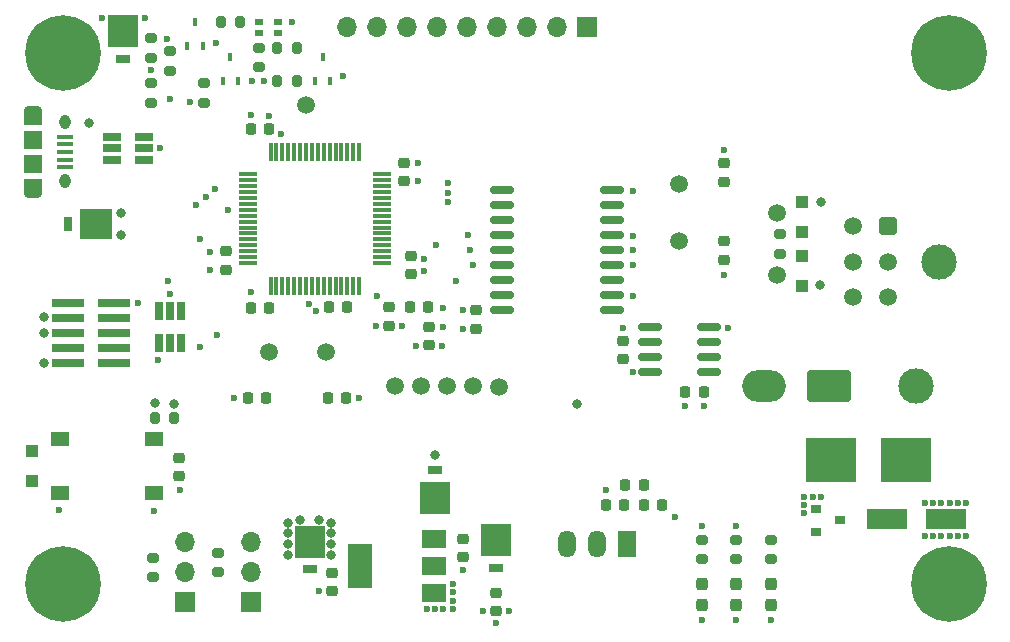
<source format=gts>
G04 #@! TF.GenerationSoftware,KiCad,Pcbnew,6.0.0-d3dd2cf0fa~116~ubuntu20.04.1*
G04 #@! TF.CreationDate,2022-01-09T15:49:13-07:00*
G04 #@! TF.ProjectId,software_dev_board,736f6674-7761-4726-955f-6465765f626f,A*
G04 #@! TF.SameCoordinates,Original*
G04 #@! TF.FileFunction,Soldermask,Top*
G04 #@! TF.FilePolarity,Negative*
%FSLAX46Y46*%
G04 Gerber Fmt 4.6, Leading zero omitted, Abs format (unit mm)*
G04 Created by KiCad (PCBNEW 6.0.0-d3dd2cf0fa~116~ubuntu20.04.1) date 2022-01-09 15:49:13*
%MOMM*%
%LPD*%
G01*
G04 APERTURE LIST*
G04 Aperture macros list*
%AMRoundRect*
0 Rectangle with rounded corners*
0 $1 Rounding radius*
0 $2 $3 $4 $5 $6 $7 $8 $9 X,Y pos of 4 corners*
0 Add a 4 corners polygon primitive as box body*
4,1,4,$2,$3,$4,$5,$6,$7,$8,$9,$2,$3,0*
0 Add four circle primitives for the rounded corners*
1,1,$1+$1,$2,$3*
1,1,$1+$1,$4,$5*
1,1,$1+$1,$6,$7*
1,1,$1+$1,$8,$9*
0 Add four rect primitives between the rounded corners*
20,1,$1+$1,$2,$3,$4,$5,0*
20,1,$1+$1,$4,$5,$6,$7,0*
20,1,$1+$1,$6,$7,$8,$9,0*
20,1,$1+$1,$8,$9,$2,$3,0*%
G04 Aperture macros list end*
%ADD10C,1.500000*%
%ADD11RoundRect,0.225000X0.250000X-0.225000X0.250000X0.225000X-0.250000X0.225000X-0.250000X-0.225000X0*%
%ADD12RoundRect,0.225000X-0.250000X0.225000X-0.250000X-0.225000X0.250000X-0.225000X0.250000X0.225000X0*%
%ADD13RoundRect,0.225000X0.225000X0.250000X-0.225000X0.250000X-0.225000X-0.250000X0.225000X-0.250000X0*%
%ADD14RoundRect,0.225000X-0.225000X-0.250000X0.225000X-0.250000X0.225000X0.250000X-0.225000X0.250000X0*%
%ADD15RoundRect,0.237500X0.237500X-0.287500X0.237500X0.287500X-0.237500X0.287500X-0.237500X-0.287500X0*%
%ADD16R,2.770000X0.740000*%
%ADD17RoundRect,0.200000X0.275000X-0.200000X0.275000X0.200000X-0.275000X0.200000X-0.275000X-0.200000X0*%
%ADD18RoundRect,0.200000X-0.275000X0.200000X-0.275000X-0.200000X0.275000X-0.200000X0.275000X0.200000X0*%
%ADD19R,2.000000X1.500000*%
%ADD20R,2.000000X3.800000*%
%ADD21R,1.700000X1.700000*%
%ADD22O,1.700000X1.700000*%
%ADD23R,2.540000X2.670000*%
%ADD24R,1.270000X0.762000*%
%ADD25R,1.500000X2.300000*%
%ADD26O,1.500000X2.300000*%
%ADD27RoundRect,0.075000X0.075000X-0.700000X0.075000X0.700000X-0.075000X0.700000X-0.075000X-0.700000X0*%
%ADD28RoundRect,0.075000X0.700000X-0.075000X0.700000X0.075000X-0.700000X0.075000X-0.700000X-0.075000X0*%
%ADD29RoundRect,0.150000X0.875000X0.150000X-0.875000X0.150000X-0.875000X-0.150000X0.875000X-0.150000X0*%
%ADD30C,0.800000*%
%ADD31C,6.400000*%
%ADD32R,1.560000X0.650000*%
%ADD33R,0.650000X1.560000*%
%ADD34RoundRect,0.218750X-0.218750X-0.256250X0.218750X-0.256250X0.218750X0.256250X-0.218750X0.256250X0*%
%ADD35R,1.350000X0.400000*%
%ADD36O,1.550000X0.890000*%
%ADD37O,0.950000X1.250000*%
%ADD38R,1.550000X1.200000*%
%ADD39R,1.550000X1.500000*%
%ADD40R,2.670000X2.540000*%
%ADD41R,0.762000X1.270000*%
%ADD42R,1.550000X1.300000*%
%ADD43RoundRect,0.200000X0.200000X0.275000X-0.200000X0.275000X-0.200000X-0.275000X0.200000X-0.275000X0*%
%ADD44R,1.000000X1.000000*%
%ADD45RoundRect,0.150000X-0.825000X-0.150000X0.825000X-0.150000X0.825000X0.150000X-0.825000X0.150000X0*%
%ADD46C,3.000000*%
%ADD47RoundRect,0.250000X-0.500000X0.500000X-0.500000X-0.500000X0.500000X-0.500000X0.500000X0.500000X0*%
%ADD48R,0.900000X0.800000*%
%ADD49R,3.500000X1.800000*%
%ADD50R,4.240000X3.810000*%
%ADD51R,0.800000X0.550000*%
%ADD52RoundRect,0.250001X-1.599999X1.099999X-1.599999X-1.099999X1.599999X-1.099999X1.599999X1.099999X0*%
%ADD53O,3.700000X2.700000*%
%ADD54R,0.450000X0.700000*%
%ADD55RoundRect,0.200000X-0.200000X-0.275000X0.200000X-0.275000X0.200000X0.275000X-0.200000X0.275000X0*%
%ADD56C,0.600000*%
G04 APERTURE END LIST*
D10*
X134300000Y-104600000D03*
X138700000Y-104600000D03*
X136500000Y-104600000D03*
X140900000Y-104700000D03*
X132100000Y-104600000D03*
D11*
X159984000Y-93917000D03*
X159984000Y-92367000D03*
D12*
X159984000Y-85763000D03*
X159984000Y-87313000D03*
D13*
X126469420Y-105601671D03*
X128019420Y-105601671D03*
D11*
X151398000Y-102325000D03*
X151398000Y-100775000D03*
D14*
X156719000Y-105106000D03*
X158269000Y-105106000D03*
D12*
X139000000Y-98225000D03*
X139000000Y-99775000D03*
X137898000Y-117573000D03*
X137898000Y-119123000D03*
X126800000Y-120425000D03*
X126800000Y-121975000D03*
D14*
X153225000Y-114700000D03*
X154775000Y-114700000D03*
D13*
X151519000Y-114656000D03*
X149969000Y-114656000D03*
D15*
X161034000Y-123159000D03*
X161034000Y-121409000D03*
X158082000Y-123159000D03*
X158082000Y-121409000D03*
D16*
X104468000Y-97560000D03*
X108368000Y-97560000D03*
X104468000Y-98830000D03*
X108368000Y-98830000D03*
X104468000Y-100100000D03*
X108368000Y-100100000D03*
X104468000Y-101370000D03*
X108368000Y-101370000D03*
X104468000Y-102640000D03*
X108368000Y-102640000D03*
D17*
X111490000Y-80625000D03*
X111490000Y-78975000D03*
X111490000Y-76845000D03*
X111490000Y-75195000D03*
D18*
X163986000Y-117649000D03*
X163986000Y-119299000D03*
X161034000Y-117649000D03*
X161034000Y-119299000D03*
X158082000Y-117649000D03*
X158082000Y-119299000D03*
D19*
X135460000Y-122172000D03*
D20*
X129160000Y-119872000D03*
D19*
X135460000Y-119872000D03*
X135460000Y-117572000D03*
D21*
X148400000Y-74200000D03*
D22*
X145860000Y-74200000D03*
X143320000Y-74200000D03*
X140780000Y-74200000D03*
X138240000Y-74200000D03*
X135700000Y-74200000D03*
X133160000Y-74200000D03*
X130620000Y-74200000D03*
X128080000Y-74200000D03*
D23*
X124900000Y-117801500D03*
D24*
X124900000Y-120152500D03*
D23*
X140692000Y-117649500D03*
D24*
X140692000Y-120000500D03*
D23*
X135500000Y-114100000D03*
D24*
X135500000Y-111749000D03*
D10*
X156174000Y-92380000D03*
X156174000Y-87500000D03*
D12*
X140692000Y-122145000D03*
X140692000Y-123695000D03*
D25*
X151760000Y-117958000D03*
D26*
X149220000Y-117958000D03*
X146680000Y-117958000D03*
D15*
X163986000Y-123159000D03*
X163986000Y-121409000D03*
D12*
X133500000Y-93625000D03*
X133500000Y-95175000D03*
D14*
X119925000Y-82900000D03*
X121475000Y-82900000D03*
D12*
X132886574Y-85726899D03*
X132886574Y-87276899D03*
X131606000Y-97955000D03*
X131606000Y-99505000D03*
D14*
X121194427Y-105601671D03*
X119644427Y-105601671D03*
D13*
X121448426Y-97996625D03*
X119898426Y-97996625D03*
D11*
X117800000Y-94775000D03*
X117800000Y-93225000D03*
D12*
X135000000Y-99625000D03*
X135000000Y-101175000D03*
D13*
X128063000Y-97968000D03*
X126513000Y-97968000D03*
D27*
X121593159Y-96128210D03*
X122093159Y-96128210D03*
X122593159Y-96128210D03*
X123093159Y-96128210D03*
X123593159Y-96128210D03*
X124093159Y-96128210D03*
X124593159Y-96128210D03*
X125093159Y-96128210D03*
X125593159Y-96128210D03*
X126093159Y-96128210D03*
X126593159Y-96128210D03*
X127093159Y-96128210D03*
X127593159Y-96128210D03*
X128093159Y-96128210D03*
X128593159Y-96128210D03*
X129093159Y-96128210D03*
D28*
X131018159Y-94203210D03*
X131018159Y-93703210D03*
X131018159Y-93203210D03*
X131018159Y-92703210D03*
X131018159Y-92203210D03*
X131018159Y-91703210D03*
X131018159Y-91203210D03*
X131018159Y-90703210D03*
X131018159Y-90203210D03*
X131018159Y-89703210D03*
X131018159Y-89203210D03*
X131018159Y-88703210D03*
X131018159Y-88203210D03*
X131018159Y-87703210D03*
X131018159Y-87203210D03*
X131018159Y-86703210D03*
D27*
X129093159Y-84778210D03*
X128593159Y-84778210D03*
X128093159Y-84778210D03*
X127593159Y-84778210D03*
X127093159Y-84778210D03*
X126593159Y-84778210D03*
X126093159Y-84778210D03*
X125593159Y-84778210D03*
X125093159Y-84778210D03*
X124593159Y-84778210D03*
X124093159Y-84778210D03*
X123593159Y-84778210D03*
X123093159Y-84778210D03*
X122593159Y-84778210D03*
X122093159Y-84778210D03*
X121593159Y-84778210D03*
D28*
X119668159Y-86703210D03*
X119668159Y-87203210D03*
X119668159Y-87703210D03*
X119668159Y-88203210D03*
X119668159Y-88703210D03*
X119668159Y-89203210D03*
X119668159Y-89703210D03*
X119668159Y-90203210D03*
X119668159Y-90703210D03*
X119668159Y-91203210D03*
X119668159Y-91703210D03*
X119668159Y-92203210D03*
X119668159Y-92703210D03*
X119668159Y-93203210D03*
X119668159Y-93703210D03*
X119668159Y-94203210D03*
D10*
X126326000Y-101777999D03*
X121446000Y-101777999D03*
D29*
X150480000Y-98222000D03*
X150480000Y-96952000D03*
X150480000Y-95682000D03*
X150480000Y-94412000D03*
X150480000Y-93142000D03*
X150480000Y-91872000D03*
X150480000Y-90602000D03*
X150480000Y-89332000D03*
X150480000Y-88062000D03*
X141180000Y-88062000D03*
X141180000Y-89332000D03*
X141180000Y-90602000D03*
X141180000Y-91872000D03*
X141180000Y-93142000D03*
X141180000Y-94412000D03*
X141180000Y-95682000D03*
X141180000Y-96952000D03*
X141180000Y-98222000D03*
D30*
X105697056Y-78097056D03*
X101600000Y-76400000D03*
X105697056Y-74702944D03*
X102302944Y-74702944D03*
D31*
X104000000Y-76400000D03*
D30*
X102302944Y-78097056D03*
X104000000Y-78800000D03*
X106400000Y-76400000D03*
X104000000Y-74000000D03*
D31*
X179000000Y-76400000D03*
D30*
X179000000Y-78800000D03*
X177302944Y-74702944D03*
X180697056Y-78097056D03*
X181400000Y-76400000D03*
X177302944Y-78097056D03*
X180697056Y-74702944D03*
X179000000Y-74000000D03*
X176600000Y-76400000D03*
D32*
X110850000Y-85450000D03*
X110850000Y-84500000D03*
X110850000Y-83550000D03*
X108150000Y-83550000D03*
X108150000Y-84500000D03*
X108150000Y-85450000D03*
D33*
X114050000Y-98250000D03*
X113100000Y-98250000D03*
X112150000Y-98250000D03*
X112150000Y-100950000D03*
X113100000Y-100950000D03*
X114050000Y-100950000D03*
D34*
X133384000Y-97968000D03*
X134959000Y-97968000D03*
X151628500Y-113012000D03*
X153203500Y-113012000D03*
D35*
X104200000Y-83500000D03*
X104200000Y-84150000D03*
X104200000Y-84800000D03*
X104200000Y-85450000D03*
X104200000Y-86100000D03*
D36*
X101500000Y-88300000D03*
D37*
X104200000Y-82300000D03*
D38*
X101500000Y-87700000D03*
X101500000Y-81900000D03*
D37*
X104200000Y-87300000D03*
D39*
X101500000Y-83800000D03*
D36*
X101500000Y-81300000D03*
D39*
X101500000Y-85800000D03*
D30*
X180697056Y-123097056D03*
X180697056Y-119702944D03*
X177302944Y-123097056D03*
X179000000Y-123800000D03*
X176600000Y-121400000D03*
X181400000Y-121400000D03*
X179000000Y-119000000D03*
D31*
X179000000Y-121400000D03*
D30*
X177302944Y-119702944D03*
D40*
X106798500Y-90900000D03*
D41*
X104447500Y-90900000D03*
D21*
X119914000Y-122874000D03*
D22*
X119914000Y-120334000D03*
X119914000Y-117794000D03*
D21*
X114326000Y-122874000D03*
D22*
X114326000Y-120334000D03*
X114326000Y-117794000D03*
D17*
X117120000Y-120397000D03*
X117120000Y-118747000D03*
X111600000Y-120825000D03*
X111600000Y-119175000D03*
D30*
X105697056Y-119702944D03*
X105697056Y-123097056D03*
X102302944Y-123097056D03*
X104000000Y-119000000D03*
X102302944Y-119702944D03*
X104000000Y-123800000D03*
D31*
X104000000Y-121400000D03*
D30*
X101600000Y-121400000D03*
X106400000Y-121400000D03*
D12*
X113836000Y-110677000D03*
X113836000Y-112227000D03*
D42*
X103765000Y-109150001D03*
X111715000Y-109150001D03*
X103765000Y-113650001D03*
X111715000Y-113650001D03*
D43*
X113425000Y-107300000D03*
X111775000Y-107300000D03*
D44*
X101390000Y-110148000D03*
X101390000Y-112648000D03*
D45*
X153749000Y-99645000D03*
X153749000Y-100915000D03*
X153749000Y-102185000D03*
X153749000Y-103455000D03*
X158699000Y-103455000D03*
X158699000Y-102185000D03*
X158699000Y-100915000D03*
X158699000Y-99645000D03*
D46*
X178220000Y-94100000D03*
D47*
X173900000Y-91100000D03*
D10*
X173900000Y-94100000D03*
X173900000Y-97100000D03*
X170900000Y-91100000D03*
X170900000Y-94100000D03*
X170900000Y-97100000D03*
D48*
X167800000Y-115050000D03*
X167800000Y-116950000D03*
X169800000Y-116000000D03*
D49*
X173800000Y-115900000D03*
X178800000Y-115900000D03*
D50*
X169015000Y-110900000D03*
X175385000Y-110900000D03*
D51*
X120600000Y-73800000D03*
X120600000Y-74700000D03*
X122200000Y-74700000D03*
X122200000Y-73800000D03*
D18*
X113100000Y-76275000D03*
X113100000Y-77925000D03*
X116000000Y-78975000D03*
X116000000Y-80625000D03*
D44*
X166632000Y-91564000D03*
X166632000Y-89064000D03*
X166632000Y-93636000D03*
X166632000Y-96136000D03*
D18*
X164750000Y-91775000D03*
X164750000Y-93425000D03*
D10*
X164500000Y-90000000D03*
X164500000Y-95200000D03*
X124600000Y-80800000D03*
D46*
X176200000Y-104600000D03*
D52*
X168900000Y-104600000D03*
D53*
X163400000Y-104600000D03*
D54*
X117550000Y-78800000D03*
X118850000Y-78800000D03*
X118200000Y-76800000D03*
D43*
X119025000Y-73800000D03*
X117375000Y-73800000D03*
D55*
X122175000Y-76000000D03*
X123825000Y-76000000D03*
D54*
X125350000Y-78800000D03*
X126650000Y-78800000D03*
X126000000Y-76800000D03*
D43*
X123825000Y-78800000D03*
X122175000Y-78800000D03*
D18*
X120600000Y-75975000D03*
X120600000Y-77625000D03*
D54*
X114550000Y-75800000D03*
X115850000Y-75800000D03*
X115200000Y-73800000D03*
D23*
X109100000Y-74600000D03*
D24*
X109100000Y-76951000D03*
D56*
X130610000Y-97010000D03*
D30*
X111800000Y-106100000D03*
D56*
X124843159Y-97700000D03*
X155800000Y-115700000D03*
X112200000Y-84500000D03*
X179100000Y-114500000D03*
X125400000Y-98300000D03*
D30*
X168100000Y-96100000D03*
D56*
X177700000Y-117300000D03*
X151400000Y-99700000D03*
X120000000Y-78800000D03*
X156700000Y-106300000D03*
X113100000Y-96800000D03*
X130500000Y-99500000D03*
X137000000Y-122100000D03*
D30*
X168164000Y-89064000D03*
D56*
X179800000Y-117300000D03*
X135500000Y-123500000D03*
X141800000Y-123700000D03*
X117000000Y-75600000D03*
X164000000Y-124400000D03*
D30*
X102400000Y-100100000D03*
D56*
X150000000Y-113400000D03*
X136100000Y-101200000D03*
X180500000Y-117300000D03*
X136200000Y-123500000D03*
X139600000Y-123700000D03*
X180500000Y-114500000D03*
X166800000Y-114700000D03*
X134800000Y-123500000D03*
X118500000Y-105600000D03*
X158100000Y-124400000D03*
X125700000Y-122000000D03*
X133900000Y-101200000D03*
X152300000Y-88100000D03*
X119900000Y-96700000D03*
X177000000Y-114500000D03*
X177000000Y-117300000D03*
X179800000Y-114500000D03*
X178400000Y-117300000D03*
X113900000Y-113400000D03*
X166800000Y-115400000D03*
X127700000Y-78400000D03*
X166800000Y-114000000D03*
X161000000Y-124400000D03*
X160300000Y-99700000D03*
X168200000Y-114000000D03*
X137000000Y-123500000D03*
X178400000Y-114500000D03*
X132700000Y-99500000D03*
X137900000Y-120200000D03*
X103700000Y-115100000D03*
X140700000Y-124700000D03*
X137000000Y-121400000D03*
X129100000Y-105600000D03*
X111700000Y-115200000D03*
X167500000Y-114000000D03*
X134600000Y-94900000D03*
X112800000Y-75200000D03*
X160000000Y-95200000D03*
X137000000Y-122800000D03*
X177700000Y-114500000D03*
X121500000Y-81800000D03*
X179100000Y-117300000D03*
X137900000Y-99800000D03*
D30*
X102400000Y-98800000D03*
D56*
X134100000Y-87300000D03*
X116500000Y-93300000D03*
D30*
X102400000Y-102700000D03*
D56*
X160000000Y-84600000D03*
X161000000Y-116500000D03*
D30*
X147561500Y-106161500D03*
X126700000Y-118000000D03*
X124100000Y-116000000D03*
D56*
X123400000Y-73800000D03*
D30*
X108900000Y-91800000D03*
X123100000Y-117100000D03*
D56*
X107300000Y-73500000D03*
X111000000Y-73500000D03*
X116500000Y-94800000D03*
X119900000Y-81700000D03*
X158100000Y-116500000D03*
X137900000Y-98200000D03*
X134100000Y-85700000D03*
D30*
X126700000Y-118900000D03*
X123100000Y-118000000D03*
X126700000Y-116200000D03*
D56*
X134600000Y-93900000D03*
X136200000Y-99600000D03*
D30*
X123100000Y-118900000D03*
X126700000Y-117100000D03*
X125700000Y-116000000D03*
X113413173Y-106113173D03*
D56*
X158300000Y-106300000D03*
D30*
X123100000Y-116200000D03*
D56*
X136200000Y-98000000D03*
D30*
X108900000Y-90000000D03*
D56*
X122480447Y-83300000D03*
X112900000Y-95700000D03*
X110400000Y-97600000D03*
X112100000Y-102400000D03*
X117996790Y-89703210D03*
D30*
X106244500Y-82344500D03*
X135500000Y-110500000D03*
D56*
X111500000Y-77900000D03*
X137300000Y-95700000D03*
X138330331Y-91869669D03*
X135600000Y-92700000D03*
X138700000Y-94400000D03*
X138500000Y-93100000D03*
X152300000Y-94400000D03*
X136600000Y-89053210D03*
X117100000Y-100300000D03*
X136600000Y-88253207D03*
X152300000Y-93100000D03*
X136600000Y-87453204D03*
X152300000Y-91900000D03*
X152300000Y-97000000D03*
X152300000Y-103400000D03*
X113100000Y-80300000D03*
X115300000Y-89300000D03*
X116100000Y-88600000D03*
X114800000Y-80600000D03*
X121000000Y-78800000D03*
X116900000Y-87900000D03*
X115600000Y-92200000D03*
X115600000Y-101300000D03*
M02*

</source>
